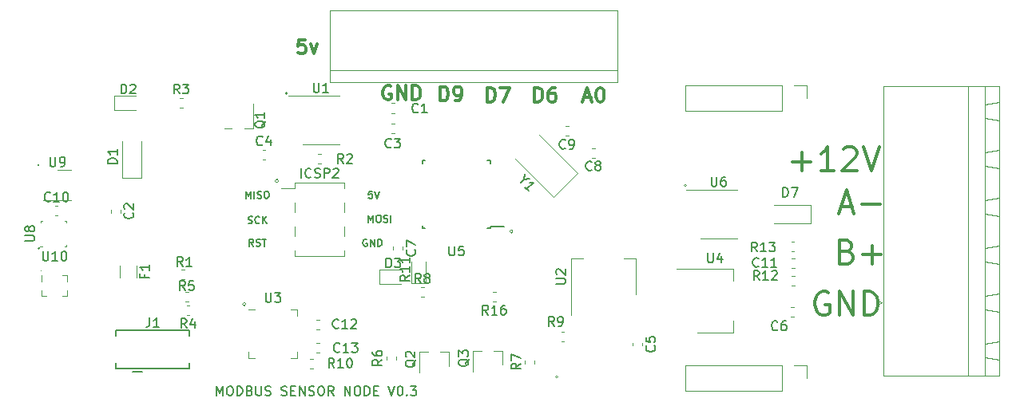
<source format=gbr>
G04 #@! TF.GenerationSoftware,KiCad,Pcbnew,(5.1.5)-3*
G04 #@! TF.CreationDate,2020-12-20T13:32:55+00:00*
G04 #@! TF.ProjectId,sensor_node_PCB,73656e73-6f72-45f6-9e6f-64655f504342,rev?*
G04 #@! TF.SameCoordinates,Original*
G04 #@! TF.FileFunction,Legend,Top*
G04 #@! TF.FilePolarity,Positive*
%FSLAX46Y46*%
G04 Gerber Fmt 4.6, Leading zero omitted, Abs format (unit mm)*
G04 Created by KiCad (PCBNEW (5.1.5)-3) date 2020-12-20 13:32:55*
%MOMM*%
%LPD*%
G04 APERTURE LIST*
%ADD10C,0.120000*%
%ADD11C,0.300000*%
%ADD12C,0.150000*%
%ADD13C,0.100000*%
G04 APERTURE END LIST*
D10*
X103200000Y-112400000D02*
G75*
G03X103200000Y-112400000I-50000J0D01*
G01*
X103061803Y-110050000D02*
G75*
G03X103061803Y-110050000I-111803J0D01*
G01*
X103011803Y-101200000D02*
G75*
G03X103011803Y-101200000I-111803J0D01*
G01*
D11*
X160728571Y-94050000D02*
X161442857Y-94050000D01*
X160585714Y-94478571D02*
X161085714Y-92978571D01*
X161585714Y-94478571D01*
X162371428Y-92978571D02*
X162514285Y-92978571D01*
X162657142Y-93050000D01*
X162728571Y-93121428D01*
X162800000Y-93264285D01*
X162871428Y-93550000D01*
X162871428Y-93907142D01*
X162800000Y-94192857D01*
X162728571Y-94335714D01*
X162657142Y-94407142D01*
X162514285Y-94478571D01*
X162371428Y-94478571D01*
X162228571Y-94407142D01*
X162157142Y-94335714D01*
X162085714Y-94192857D01*
X162014285Y-93907142D01*
X162014285Y-93550000D01*
X162085714Y-93264285D01*
X162157142Y-93121428D01*
X162228571Y-93050000D01*
X162371428Y-92978571D01*
X155492857Y-94478571D02*
X155492857Y-92978571D01*
X155850000Y-92978571D01*
X156064285Y-93050000D01*
X156207142Y-93192857D01*
X156278571Y-93335714D01*
X156350000Y-93621428D01*
X156350000Y-93835714D01*
X156278571Y-94121428D01*
X156207142Y-94264285D01*
X156064285Y-94407142D01*
X155850000Y-94478571D01*
X155492857Y-94478571D01*
X157635714Y-92978571D02*
X157350000Y-92978571D01*
X157207142Y-93050000D01*
X157135714Y-93121428D01*
X156992857Y-93335714D01*
X156921428Y-93621428D01*
X156921428Y-94192857D01*
X156992857Y-94335714D01*
X157064285Y-94407142D01*
X157207142Y-94478571D01*
X157492857Y-94478571D01*
X157635714Y-94407142D01*
X157707142Y-94335714D01*
X157778571Y-94192857D01*
X157778571Y-93835714D01*
X157707142Y-93692857D01*
X157635714Y-93621428D01*
X157492857Y-93550000D01*
X157207142Y-93550000D01*
X157064285Y-93621428D01*
X156992857Y-93692857D01*
X156921428Y-93835714D01*
X150492857Y-94478571D02*
X150492857Y-92978571D01*
X150850000Y-92978571D01*
X151064285Y-93050000D01*
X151207142Y-93192857D01*
X151278571Y-93335714D01*
X151350000Y-93621428D01*
X151350000Y-93835714D01*
X151278571Y-94121428D01*
X151207142Y-94264285D01*
X151064285Y-94407142D01*
X150850000Y-94478571D01*
X150492857Y-94478571D01*
X151850000Y-92978571D02*
X152850000Y-92978571D01*
X152207142Y-94478571D01*
X145492857Y-94378571D02*
X145492857Y-92878571D01*
X145850000Y-92878571D01*
X146064285Y-92950000D01*
X146207142Y-93092857D01*
X146278571Y-93235714D01*
X146350000Y-93521428D01*
X146350000Y-93735714D01*
X146278571Y-94021428D01*
X146207142Y-94164285D01*
X146064285Y-94307142D01*
X145850000Y-94378571D01*
X145492857Y-94378571D01*
X147064285Y-94378571D02*
X147350000Y-94378571D01*
X147492857Y-94307142D01*
X147564285Y-94235714D01*
X147707142Y-94021428D01*
X147778571Y-93735714D01*
X147778571Y-93164285D01*
X147707142Y-93021428D01*
X147635714Y-92950000D01*
X147492857Y-92878571D01*
X147207142Y-92878571D01*
X147064285Y-92950000D01*
X146992857Y-93021428D01*
X146921428Y-93164285D01*
X146921428Y-93521428D01*
X146992857Y-93664285D01*
X147064285Y-93735714D01*
X147207142Y-93807142D01*
X147492857Y-93807142D01*
X147635714Y-93735714D01*
X147707142Y-93664285D01*
X147778571Y-93521428D01*
X140257142Y-92850000D02*
X140114285Y-92778571D01*
X139900000Y-92778571D01*
X139685714Y-92850000D01*
X139542857Y-92992857D01*
X139471428Y-93135714D01*
X139400000Y-93421428D01*
X139400000Y-93635714D01*
X139471428Y-93921428D01*
X139542857Y-94064285D01*
X139685714Y-94207142D01*
X139900000Y-94278571D01*
X140042857Y-94278571D01*
X140257142Y-94207142D01*
X140328571Y-94135714D01*
X140328571Y-93635714D01*
X140042857Y-93635714D01*
X140971428Y-94278571D02*
X140971428Y-92778571D01*
X141828571Y-94278571D01*
X141828571Y-92778571D01*
X142542857Y-94278571D02*
X142542857Y-92778571D01*
X142900000Y-92778571D01*
X143114285Y-92850000D01*
X143257142Y-92992857D01*
X143328571Y-93135714D01*
X143400000Y-93421428D01*
X143400000Y-93635714D01*
X143328571Y-93921428D01*
X143257142Y-94064285D01*
X143114285Y-94207142D01*
X142900000Y-94278571D01*
X142542857Y-94278571D01*
X131185714Y-87878571D02*
X130471428Y-87878571D01*
X130400000Y-88592857D01*
X130471428Y-88521428D01*
X130614285Y-88450000D01*
X130971428Y-88450000D01*
X131114285Y-88521428D01*
X131185714Y-88592857D01*
X131257142Y-88735714D01*
X131257142Y-89092857D01*
X131185714Y-89235714D01*
X131114285Y-89307142D01*
X130971428Y-89378571D01*
X130614285Y-89378571D01*
X130471428Y-89307142D01*
X130400000Y-89235714D01*
X131757142Y-88378571D02*
X132114285Y-89378571D01*
X132471428Y-88378571D01*
X186645238Y-114740000D02*
X186407142Y-114620952D01*
X186050000Y-114620952D01*
X185692857Y-114740000D01*
X185454761Y-114978095D01*
X185335714Y-115216190D01*
X185216666Y-115692380D01*
X185216666Y-116049523D01*
X185335714Y-116525714D01*
X185454761Y-116763809D01*
X185692857Y-117001904D01*
X186050000Y-117120952D01*
X186288095Y-117120952D01*
X186645238Y-117001904D01*
X186764285Y-116882857D01*
X186764285Y-116049523D01*
X186288095Y-116049523D01*
X187835714Y-117120952D02*
X187835714Y-114620952D01*
X189264285Y-117120952D01*
X189264285Y-114620952D01*
X190454761Y-117120952D02*
X190454761Y-114620952D01*
X191050000Y-114620952D01*
X191407142Y-114740000D01*
X191645238Y-114978095D01*
X191764285Y-115216190D01*
X191883333Y-115692380D01*
X191883333Y-116049523D01*
X191764285Y-116525714D01*
X191645238Y-116763809D01*
X191407142Y-117001904D01*
X191050000Y-117120952D01*
X190454761Y-117120952D01*
X182855238Y-100838571D02*
X184760000Y-100838571D01*
X183807619Y-101790952D02*
X183807619Y-99886190D01*
X187260000Y-101790952D02*
X185831428Y-101790952D01*
X186545714Y-101790952D02*
X186545714Y-99290952D01*
X186307619Y-99648095D01*
X186069523Y-99886190D01*
X185831428Y-100005238D01*
X188212380Y-99529047D02*
X188331428Y-99410000D01*
X188569523Y-99290952D01*
X189164761Y-99290952D01*
X189402857Y-99410000D01*
X189521904Y-99529047D01*
X189640952Y-99767142D01*
X189640952Y-100005238D01*
X189521904Y-100362380D01*
X188093333Y-101790952D01*
X189640952Y-101790952D01*
X190355238Y-99290952D02*
X191188571Y-101790952D01*
X192021904Y-99290952D01*
X188630952Y-110371428D02*
X188988095Y-110490476D01*
X189107142Y-110609523D01*
X189226190Y-110847619D01*
X189226190Y-111204761D01*
X189107142Y-111442857D01*
X188988095Y-111561904D01*
X188750000Y-111680952D01*
X187797619Y-111680952D01*
X187797619Y-109180952D01*
X188630952Y-109180952D01*
X188869047Y-109300000D01*
X188988095Y-109419047D01*
X189107142Y-109657142D01*
X189107142Y-109895238D01*
X188988095Y-110133333D01*
X188869047Y-110252380D01*
X188630952Y-110371428D01*
X187797619Y-110371428D01*
X190297619Y-110728571D02*
X192202380Y-110728571D01*
X191250000Y-111680952D02*
X191250000Y-109776190D01*
X187947142Y-105616666D02*
X189137619Y-105616666D01*
X187709047Y-106330952D02*
X188542380Y-103830952D01*
X189375714Y-106330952D01*
X190209047Y-105378571D02*
X192113809Y-105378571D01*
D12*
X121762571Y-125674380D02*
X121762571Y-124674380D01*
X122095904Y-125388666D01*
X122429238Y-124674380D01*
X122429238Y-125674380D01*
X123095904Y-124674380D02*
X123286380Y-124674380D01*
X123381619Y-124722000D01*
X123476857Y-124817238D01*
X123524476Y-125007714D01*
X123524476Y-125341047D01*
X123476857Y-125531523D01*
X123381619Y-125626761D01*
X123286380Y-125674380D01*
X123095904Y-125674380D01*
X123000666Y-125626761D01*
X122905428Y-125531523D01*
X122857809Y-125341047D01*
X122857809Y-125007714D01*
X122905428Y-124817238D01*
X123000666Y-124722000D01*
X123095904Y-124674380D01*
X123953047Y-125674380D02*
X123953047Y-124674380D01*
X124191142Y-124674380D01*
X124334000Y-124722000D01*
X124429238Y-124817238D01*
X124476857Y-124912476D01*
X124524476Y-125102952D01*
X124524476Y-125245809D01*
X124476857Y-125436285D01*
X124429238Y-125531523D01*
X124334000Y-125626761D01*
X124191142Y-125674380D01*
X123953047Y-125674380D01*
X125286380Y-125150571D02*
X125429238Y-125198190D01*
X125476857Y-125245809D01*
X125524476Y-125341047D01*
X125524476Y-125483904D01*
X125476857Y-125579142D01*
X125429238Y-125626761D01*
X125334000Y-125674380D01*
X124953047Y-125674380D01*
X124953047Y-124674380D01*
X125286380Y-124674380D01*
X125381619Y-124722000D01*
X125429238Y-124769619D01*
X125476857Y-124864857D01*
X125476857Y-124960095D01*
X125429238Y-125055333D01*
X125381619Y-125102952D01*
X125286380Y-125150571D01*
X124953047Y-125150571D01*
X125953047Y-124674380D02*
X125953047Y-125483904D01*
X126000666Y-125579142D01*
X126048285Y-125626761D01*
X126143523Y-125674380D01*
X126334000Y-125674380D01*
X126429238Y-125626761D01*
X126476857Y-125579142D01*
X126524476Y-125483904D01*
X126524476Y-124674380D01*
X126953047Y-125626761D02*
X127095904Y-125674380D01*
X127334000Y-125674380D01*
X127429238Y-125626761D01*
X127476857Y-125579142D01*
X127524476Y-125483904D01*
X127524476Y-125388666D01*
X127476857Y-125293428D01*
X127429238Y-125245809D01*
X127334000Y-125198190D01*
X127143523Y-125150571D01*
X127048285Y-125102952D01*
X127000666Y-125055333D01*
X126953047Y-124960095D01*
X126953047Y-124864857D01*
X127000666Y-124769619D01*
X127048285Y-124722000D01*
X127143523Y-124674380D01*
X127381619Y-124674380D01*
X127524476Y-124722000D01*
X128667333Y-125626761D02*
X128810190Y-125674380D01*
X129048285Y-125674380D01*
X129143523Y-125626761D01*
X129191142Y-125579142D01*
X129238761Y-125483904D01*
X129238761Y-125388666D01*
X129191142Y-125293428D01*
X129143523Y-125245809D01*
X129048285Y-125198190D01*
X128857809Y-125150571D01*
X128762571Y-125102952D01*
X128714952Y-125055333D01*
X128667333Y-124960095D01*
X128667333Y-124864857D01*
X128714952Y-124769619D01*
X128762571Y-124722000D01*
X128857809Y-124674380D01*
X129095904Y-124674380D01*
X129238761Y-124722000D01*
X129667333Y-125150571D02*
X130000666Y-125150571D01*
X130143523Y-125674380D02*
X129667333Y-125674380D01*
X129667333Y-124674380D01*
X130143523Y-124674380D01*
X130572095Y-125674380D02*
X130572095Y-124674380D01*
X131143523Y-125674380D01*
X131143523Y-124674380D01*
X131572095Y-125626761D02*
X131714952Y-125674380D01*
X131953047Y-125674380D01*
X132048285Y-125626761D01*
X132095904Y-125579142D01*
X132143523Y-125483904D01*
X132143523Y-125388666D01*
X132095904Y-125293428D01*
X132048285Y-125245809D01*
X131953047Y-125198190D01*
X131762571Y-125150571D01*
X131667333Y-125102952D01*
X131619714Y-125055333D01*
X131572095Y-124960095D01*
X131572095Y-124864857D01*
X131619714Y-124769619D01*
X131667333Y-124722000D01*
X131762571Y-124674380D01*
X132000666Y-124674380D01*
X132143523Y-124722000D01*
X132762571Y-124674380D02*
X132953047Y-124674380D01*
X133048285Y-124722000D01*
X133143523Y-124817238D01*
X133191142Y-125007714D01*
X133191142Y-125341047D01*
X133143523Y-125531523D01*
X133048285Y-125626761D01*
X132953047Y-125674380D01*
X132762571Y-125674380D01*
X132667333Y-125626761D01*
X132572095Y-125531523D01*
X132524476Y-125341047D01*
X132524476Y-125007714D01*
X132572095Y-124817238D01*
X132667333Y-124722000D01*
X132762571Y-124674380D01*
X134191142Y-125674380D02*
X133857809Y-125198190D01*
X133619714Y-125674380D02*
X133619714Y-124674380D01*
X134000666Y-124674380D01*
X134095904Y-124722000D01*
X134143523Y-124769619D01*
X134191142Y-124864857D01*
X134191142Y-125007714D01*
X134143523Y-125102952D01*
X134095904Y-125150571D01*
X134000666Y-125198190D01*
X133619714Y-125198190D01*
X135381619Y-125674380D02*
X135381619Y-124674380D01*
X135953047Y-125674380D01*
X135953047Y-124674380D01*
X136619714Y-124674380D02*
X136810190Y-124674380D01*
X136905428Y-124722000D01*
X137000666Y-124817238D01*
X137048285Y-125007714D01*
X137048285Y-125341047D01*
X137000666Y-125531523D01*
X136905428Y-125626761D01*
X136810190Y-125674380D01*
X136619714Y-125674380D01*
X136524476Y-125626761D01*
X136429238Y-125531523D01*
X136381619Y-125341047D01*
X136381619Y-125007714D01*
X136429238Y-124817238D01*
X136524476Y-124722000D01*
X136619714Y-124674380D01*
X137476857Y-125674380D02*
X137476857Y-124674380D01*
X137714952Y-124674380D01*
X137857809Y-124722000D01*
X137953047Y-124817238D01*
X138000666Y-124912476D01*
X138048285Y-125102952D01*
X138048285Y-125245809D01*
X138000666Y-125436285D01*
X137953047Y-125531523D01*
X137857809Y-125626761D01*
X137714952Y-125674380D01*
X137476857Y-125674380D01*
X138476857Y-125150571D02*
X138810190Y-125150571D01*
X138953047Y-125674380D02*
X138476857Y-125674380D01*
X138476857Y-124674380D01*
X138953047Y-124674380D01*
X140000666Y-124674380D02*
X140334000Y-125674380D01*
X140667333Y-124674380D01*
X141191142Y-124674380D02*
X141286380Y-124674380D01*
X141381619Y-124722000D01*
X141429238Y-124769619D01*
X141476857Y-124864857D01*
X141524476Y-125055333D01*
X141524476Y-125293428D01*
X141476857Y-125483904D01*
X141429238Y-125579142D01*
X141381619Y-125626761D01*
X141286380Y-125674380D01*
X141191142Y-125674380D01*
X141095904Y-125626761D01*
X141048285Y-125579142D01*
X141000666Y-125483904D01*
X140953047Y-125293428D01*
X140953047Y-125055333D01*
X141000666Y-124864857D01*
X141048285Y-124769619D01*
X141095904Y-124722000D01*
X141191142Y-124674380D01*
X141953047Y-125579142D02*
X142000666Y-125626761D01*
X141953047Y-125674380D01*
X141905428Y-125626761D01*
X141953047Y-125579142D01*
X141953047Y-125674380D01*
X142334000Y-124674380D02*
X142953047Y-124674380D01*
X142619714Y-125055333D01*
X142762571Y-125055333D01*
X142857809Y-125102952D01*
X142905428Y-125150571D01*
X142953047Y-125245809D01*
X142953047Y-125483904D01*
X142905428Y-125579142D01*
X142857809Y-125626761D01*
X142762571Y-125674380D01*
X142476857Y-125674380D01*
X142381619Y-125626761D01*
X142334000Y-125579142D01*
D10*
X153179605Y-108250000D02*
G75*
G03X153179605Y-108250000I-179605J0D01*
G01*
X124854605Y-115975000D02*
G75*
G03X124854605Y-115975000I-179605J0D01*
G01*
X157988000Y-123698000D02*
G75*
G03X157988000Y-123698000I-127000J0D01*
G01*
X171577000Y-103378000D02*
G75*
G03X171577000Y-103378000I-127000J0D01*
G01*
X129286000Y-93599000D02*
G75*
G03X129286000Y-93599000I-127000J0D01*
G01*
D12*
X137731571Y-109099000D02*
X137660142Y-109063285D01*
X137553000Y-109063285D01*
X137445857Y-109099000D01*
X137374428Y-109170428D01*
X137338714Y-109241857D01*
X137303000Y-109384714D01*
X137303000Y-109491857D01*
X137338714Y-109634714D01*
X137374428Y-109706142D01*
X137445857Y-109777571D01*
X137553000Y-109813285D01*
X137624428Y-109813285D01*
X137731571Y-109777571D01*
X137767285Y-109741857D01*
X137767285Y-109491857D01*
X137624428Y-109491857D01*
X138088714Y-109813285D02*
X138088714Y-109063285D01*
X138517285Y-109813285D01*
X138517285Y-109063285D01*
X138874428Y-109813285D02*
X138874428Y-109063285D01*
X139053000Y-109063285D01*
X139160142Y-109099000D01*
X139231571Y-109170428D01*
X139267285Y-109241857D01*
X139303000Y-109384714D01*
X139303000Y-109491857D01*
X139267285Y-109634714D01*
X139231571Y-109706142D01*
X139160142Y-109777571D01*
X139053000Y-109813285D01*
X138874428Y-109813285D01*
X137886428Y-107273285D02*
X137886428Y-106523285D01*
X138136428Y-107059000D01*
X138386428Y-106523285D01*
X138386428Y-107273285D01*
X138886428Y-106523285D02*
X139029285Y-106523285D01*
X139100714Y-106559000D01*
X139172142Y-106630428D01*
X139207857Y-106773285D01*
X139207857Y-107023285D01*
X139172142Y-107166142D01*
X139100714Y-107237571D01*
X139029285Y-107273285D01*
X138886428Y-107273285D01*
X138815000Y-107237571D01*
X138743571Y-107166142D01*
X138707857Y-107023285D01*
X138707857Y-106773285D01*
X138743571Y-106630428D01*
X138815000Y-106559000D01*
X138886428Y-106523285D01*
X139493571Y-107237571D02*
X139600714Y-107273285D01*
X139779285Y-107273285D01*
X139850714Y-107237571D01*
X139886428Y-107201857D01*
X139922142Y-107130428D01*
X139922142Y-107059000D01*
X139886428Y-106987571D01*
X139850714Y-106951857D01*
X139779285Y-106916142D01*
X139636428Y-106880428D01*
X139565000Y-106844714D01*
X139529285Y-106809000D01*
X139493571Y-106737571D01*
X139493571Y-106666142D01*
X139529285Y-106594714D01*
X139565000Y-106559000D01*
X139636428Y-106523285D01*
X139815000Y-106523285D01*
X139922142Y-106559000D01*
X140243571Y-107273285D02*
X140243571Y-106523285D01*
X138287142Y-103983285D02*
X137930000Y-103983285D01*
X137894285Y-104340428D01*
X137930000Y-104304714D01*
X138001428Y-104269000D01*
X138180000Y-104269000D01*
X138251428Y-104304714D01*
X138287142Y-104340428D01*
X138322857Y-104411857D01*
X138322857Y-104590428D01*
X138287142Y-104661857D01*
X138251428Y-104697571D01*
X138180000Y-104733285D01*
X138001428Y-104733285D01*
X137930000Y-104697571D01*
X137894285Y-104661857D01*
X138537142Y-103983285D02*
X138787142Y-104733285D01*
X139037142Y-103983285D01*
X125700285Y-109813285D02*
X125450285Y-109456142D01*
X125271714Y-109813285D02*
X125271714Y-109063285D01*
X125557428Y-109063285D01*
X125628857Y-109099000D01*
X125664571Y-109134714D01*
X125700285Y-109206142D01*
X125700285Y-109313285D01*
X125664571Y-109384714D01*
X125628857Y-109420428D01*
X125557428Y-109456142D01*
X125271714Y-109456142D01*
X125986000Y-109777571D02*
X126093142Y-109813285D01*
X126271714Y-109813285D01*
X126343142Y-109777571D01*
X126378857Y-109741857D01*
X126414571Y-109670428D01*
X126414571Y-109599000D01*
X126378857Y-109527571D01*
X126343142Y-109491857D01*
X126271714Y-109456142D01*
X126128857Y-109420428D01*
X126057428Y-109384714D01*
X126021714Y-109349000D01*
X125986000Y-109277571D01*
X125986000Y-109206142D01*
X126021714Y-109134714D01*
X126057428Y-109099000D01*
X126128857Y-109063285D01*
X126307428Y-109063285D01*
X126414571Y-109099000D01*
X126628857Y-109063285D02*
X127057428Y-109063285D01*
X126843142Y-109813285D02*
X126843142Y-109063285D01*
X125146714Y-107364571D02*
X125253857Y-107400285D01*
X125432428Y-107400285D01*
X125503857Y-107364571D01*
X125539571Y-107328857D01*
X125575285Y-107257428D01*
X125575285Y-107186000D01*
X125539571Y-107114571D01*
X125503857Y-107078857D01*
X125432428Y-107043142D01*
X125289571Y-107007428D01*
X125218142Y-106971714D01*
X125182428Y-106936000D01*
X125146714Y-106864571D01*
X125146714Y-106793142D01*
X125182428Y-106721714D01*
X125218142Y-106686000D01*
X125289571Y-106650285D01*
X125468142Y-106650285D01*
X125575285Y-106686000D01*
X126325285Y-107328857D02*
X126289571Y-107364571D01*
X126182428Y-107400285D01*
X126111000Y-107400285D01*
X126003857Y-107364571D01*
X125932428Y-107293142D01*
X125896714Y-107221714D01*
X125861000Y-107078857D01*
X125861000Y-106971714D01*
X125896714Y-106828857D01*
X125932428Y-106757428D01*
X126003857Y-106686000D01*
X126111000Y-106650285D01*
X126182428Y-106650285D01*
X126289571Y-106686000D01*
X126325285Y-106721714D01*
X126646714Y-107400285D02*
X126646714Y-106650285D01*
X127075285Y-107400285D02*
X126753857Y-106971714D01*
X127075285Y-106650285D02*
X126646714Y-107078857D01*
X124932428Y-104733285D02*
X124932428Y-103983285D01*
X125182428Y-104519000D01*
X125432428Y-103983285D01*
X125432428Y-104733285D01*
X125789571Y-104733285D02*
X125789571Y-103983285D01*
X126111000Y-104697571D02*
X126218142Y-104733285D01*
X126396714Y-104733285D01*
X126468142Y-104697571D01*
X126503857Y-104661857D01*
X126539571Y-104590428D01*
X126539571Y-104519000D01*
X126503857Y-104447571D01*
X126468142Y-104411857D01*
X126396714Y-104376142D01*
X126253857Y-104340428D01*
X126182428Y-104304714D01*
X126146714Y-104269000D01*
X126111000Y-104197571D01*
X126111000Y-104126142D01*
X126146714Y-104054714D01*
X126182428Y-104019000D01*
X126253857Y-103983285D01*
X126432428Y-103983285D01*
X126539571Y-104019000D01*
X127003857Y-103983285D02*
X127146714Y-103983285D01*
X127218142Y-104019000D01*
X127289571Y-104090428D01*
X127325285Y-104233285D01*
X127325285Y-104483285D01*
X127289571Y-104626142D01*
X127218142Y-104697571D01*
X127146714Y-104733285D01*
X127003857Y-104733285D01*
X126932428Y-104697571D01*
X126861000Y-104626142D01*
X126825285Y-104483285D01*
X126825285Y-104233285D01*
X126861000Y-104090428D01*
X126932428Y-104019000D01*
X127003857Y-103983285D01*
D10*
X128322605Y-102870000D02*
G75*
G03X128322605Y-102870000I-179605J0D01*
G01*
X129635000Y-116490000D02*
X130360000Y-116490000D01*
X130360000Y-116490000D02*
X130360000Y-117215000D01*
X125865000Y-121710000D02*
X125140000Y-121710000D01*
X125140000Y-121710000D02*
X125140000Y-120985000D01*
X129635000Y-121710000D02*
X130360000Y-121710000D01*
X130360000Y-121710000D02*
X130360000Y-120985000D01*
X125865000Y-116490000D02*
X125140000Y-116490000D01*
X171510000Y-92770000D02*
X171510000Y-95430000D01*
X181730000Y-92770000D02*
X171510000Y-92770000D01*
X181730000Y-95430000D02*
X171510000Y-95430000D01*
X181730000Y-92770000D02*
X181730000Y-95430000D01*
X183000000Y-92770000D02*
X184330000Y-92770000D01*
X184330000Y-92770000D02*
X184330000Y-94100000D01*
X181730000Y-122470000D02*
X181730000Y-125130000D01*
X181730000Y-125130000D02*
X171510000Y-125130000D01*
X181730000Y-122470000D02*
X171510000Y-122470000D01*
X183000000Y-122470000D02*
X184330000Y-122470000D01*
X184330000Y-122470000D02*
X184330000Y-123800000D01*
X171510000Y-122470000D02*
X171510000Y-125130000D01*
X104900000Y-101740000D02*
X106400000Y-101740000D01*
X103400000Y-104960000D02*
X106400000Y-104960000D01*
D13*
X105860000Y-109850000D02*
X105860000Y-109700000D01*
X105850000Y-109850000D02*
X105700000Y-109850000D01*
X105850000Y-107150000D02*
X105700000Y-107150000D01*
X105850000Y-107150000D02*
X105850000Y-107300000D01*
X103150000Y-107300000D02*
X103150000Y-107150000D01*
X103150000Y-107150000D02*
X103300000Y-107150000D01*
X103300000Y-109850000D02*
X103050000Y-109850000D01*
D12*
X150825000Y-107925000D02*
X150825000Y-107700000D01*
X143575000Y-107925000D02*
X143575000Y-107600000D01*
X143575000Y-100675000D02*
X143575000Y-101000000D01*
X150825000Y-100675000D02*
X150825000Y-101000000D01*
X150825000Y-107925000D02*
X150500000Y-107925000D01*
X150825000Y-100675000D02*
X150500000Y-100675000D01*
X143575000Y-100675000D02*
X143900000Y-100675000D01*
X143575000Y-107925000D02*
X143900000Y-107925000D01*
X150825000Y-107700000D02*
X152250000Y-107700000D01*
D10*
X140617779Y-94641000D02*
X140292221Y-94641000D01*
X140617779Y-95661000D02*
X140292221Y-95661000D01*
X110590000Y-105924721D02*
X110590000Y-106250279D01*
X111610000Y-105924721D02*
X111610000Y-106250279D01*
X140292221Y-96800000D02*
X140617779Y-96800000D01*
X140292221Y-97820000D02*
X140617779Y-97820000D01*
X126649721Y-100610000D02*
X126975279Y-100610000D01*
X126649721Y-99590000D02*
X126975279Y-99590000D01*
X166910000Y-120049721D02*
X166910000Y-120375279D01*
X165890000Y-120049721D02*
X165890000Y-120375279D01*
X182649721Y-116290000D02*
X182975279Y-116290000D01*
X182649721Y-117310000D02*
X182975279Y-117310000D01*
X183050279Y-112143000D02*
X182724721Y-112143000D01*
X183050279Y-111123000D02*
X182724721Y-111123000D01*
X111800000Y-102550000D02*
X113800000Y-102550000D01*
X113800000Y-102550000D02*
X113800000Y-98650000D01*
X111800000Y-102550000D02*
X111800000Y-98650000D01*
X113212500Y-93865000D02*
X110927500Y-93865000D01*
X110927500Y-93865000D02*
X110927500Y-95335000D01*
X110927500Y-95335000D02*
X113212500Y-95335000D01*
X184800000Y-107400000D02*
X180900000Y-107400000D01*
X184800000Y-105400000D02*
X180900000Y-105400000D01*
X184800000Y-107400000D02*
X184800000Y-105400000D01*
X113310000Y-111897936D02*
X113310000Y-113102064D01*
X111490000Y-111897936D02*
X111490000Y-113102064D01*
X130108000Y-103092000D02*
X135308000Y-103092000D01*
X130108000Y-110832000D02*
X135308000Y-110832000D01*
X128668000Y-103662000D02*
X130108000Y-103662000D01*
X130108000Y-103092000D02*
X130108000Y-103662000D01*
X135308000Y-103092000D02*
X135308000Y-103662000D01*
X130108000Y-110262000D02*
X130108000Y-110832000D01*
X135308000Y-110262000D02*
X135308000Y-110832000D01*
X130108000Y-105182000D02*
X130108000Y-106202000D01*
X135308000Y-105182000D02*
X135308000Y-106202000D01*
X130108000Y-107722000D02*
X130108000Y-108742000D01*
X135308000Y-107722000D02*
X135308000Y-108742000D01*
X192490000Y-123530000D02*
X204710000Y-123530000D01*
X204710000Y-123530000D02*
X204710000Y-92830000D01*
X204710000Y-92830000D02*
X192490000Y-92830000D01*
X192490000Y-92830000D02*
X192490000Y-123530000D01*
X203210000Y-123530000D02*
X201410000Y-123530000D01*
X201410000Y-123530000D02*
X201410000Y-92830000D01*
X201410000Y-92830000D02*
X203210000Y-92830000D01*
X203210000Y-92830000D02*
X203210000Y-123530000D01*
X204710000Y-121880000D02*
X204710000Y-119880000D01*
X204710000Y-119880000D02*
X203210000Y-120130000D01*
X203210000Y-120130000D02*
X203210000Y-121630000D01*
X203210000Y-121630000D02*
X204710000Y-121880000D01*
X204710000Y-96480000D02*
X204710000Y-94480000D01*
X204710000Y-94480000D02*
X203210000Y-94730000D01*
X203210000Y-94730000D02*
X203210000Y-96230000D01*
X203210000Y-96230000D02*
X204710000Y-96480000D01*
X204710000Y-116800000D02*
X204710000Y-114800000D01*
X204710000Y-114800000D02*
X203210000Y-115050000D01*
X203210000Y-115050000D02*
X203210000Y-116550000D01*
X203210000Y-116550000D02*
X204710000Y-116800000D01*
X204710000Y-111720000D02*
X204710000Y-109720000D01*
X204710000Y-109720000D02*
X203210000Y-109970000D01*
X203210000Y-109970000D02*
X203210000Y-111470000D01*
X203210000Y-111470000D02*
X204710000Y-111720000D01*
X204710000Y-106640000D02*
X204710000Y-104640000D01*
X204710000Y-104640000D02*
X203210000Y-104890000D01*
X203210000Y-104890000D02*
X203210000Y-106390000D01*
X203210000Y-106390000D02*
X204710000Y-106640000D01*
X204710000Y-101560000D02*
X204710000Y-99560000D01*
X204710000Y-99560000D02*
X203210000Y-99810000D01*
X203210000Y-99810000D02*
X203210000Y-101310000D01*
X203210000Y-101310000D02*
X204710000Y-101560000D01*
X191690000Y-115500000D02*
X192290000Y-115800000D01*
X192290000Y-115800000D02*
X191690000Y-116100000D01*
X191690000Y-116100000D02*
X191690000Y-115500000D01*
X123422000Y-97271000D02*
X122622000Y-97271000D01*
X125672000Y-94671000D02*
X125672000Y-97271000D01*
X125672000Y-97271000D02*
X124722000Y-97271000D01*
X146430000Y-121040000D02*
X145500000Y-121040000D01*
X143270000Y-121040000D02*
X144200000Y-121040000D01*
X143270000Y-121040000D02*
X143270000Y-123200000D01*
X146430000Y-121040000D02*
X146430000Y-122500000D01*
X152080000Y-120940000D02*
X152080000Y-122400000D01*
X148920000Y-120940000D02*
X148920000Y-123100000D01*
X148920000Y-120940000D02*
X149850000Y-120940000D01*
X152080000Y-120940000D02*
X151150000Y-120940000D01*
X118350279Y-112290000D02*
X118024721Y-112290000D01*
X118350279Y-113310000D02*
X118024721Y-113310000D01*
X132549721Y-101010000D02*
X132875279Y-101010000D01*
X132549721Y-99990000D02*
X132875279Y-99990000D01*
X117849721Y-95110000D02*
X118175279Y-95110000D01*
X117849721Y-94090000D02*
X118175279Y-94090000D01*
X118933279Y-117124000D02*
X118607721Y-117124000D01*
X118933279Y-116104000D02*
X118607721Y-116104000D01*
X118806279Y-114679000D02*
X118480721Y-114679000D01*
X118806279Y-115699000D02*
X118480721Y-115699000D01*
X140810000Y-121850279D02*
X140810000Y-121524721D01*
X139790000Y-121850279D02*
X139790000Y-121524721D01*
X155510000Y-122262779D02*
X155510000Y-121937221D01*
X154490000Y-122262779D02*
X154490000Y-121937221D01*
X143449721Y-114190000D02*
X143775279Y-114190000D01*
X143449721Y-115210000D02*
X143775279Y-115210000D01*
X158633279Y-119890000D02*
X158307721Y-119890000D01*
X158633279Y-118870000D02*
X158307721Y-118870000D01*
X183075279Y-114010000D02*
X182749721Y-114010000D01*
X183075279Y-112990000D02*
X182749721Y-112990000D01*
X182691721Y-109345000D02*
X183017279Y-109345000D01*
X182691721Y-110365000D02*
X183017279Y-110365000D01*
X151375279Y-114690000D02*
X151049721Y-114690000D01*
X151375279Y-115710000D02*
X151049721Y-115710000D01*
X132835000Y-93861000D02*
X129385000Y-93861000D01*
X132835000Y-93861000D02*
X134785000Y-93861000D01*
X132835000Y-98981000D02*
X130885000Y-98981000D01*
X132835000Y-98981000D02*
X134785000Y-98981000D01*
X166210000Y-111140000D02*
X164950000Y-111140000D01*
X159390000Y-111140000D02*
X160650000Y-111140000D01*
X166210000Y-114900000D02*
X166210000Y-111140000D01*
X159390000Y-117150000D02*
X159390000Y-111140000D01*
X170500000Y-112190000D02*
X176510000Y-112190000D01*
X172750000Y-119010000D02*
X176510000Y-119010000D01*
X176510000Y-112190000D02*
X176510000Y-113450000D01*
X176510000Y-119010000D02*
X176510000Y-117750000D01*
X175000000Y-108960000D02*
X176950000Y-108960000D01*
X175000000Y-108960000D02*
X173050000Y-108960000D01*
X175000000Y-103840000D02*
X176950000Y-103840000D01*
X175000000Y-103840000D02*
X171550000Y-103840000D01*
X153465519Y-100509004D02*
X157531383Y-104574868D01*
X157531383Y-104574868D02*
X160076968Y-102029283D01*
X160076968Y-102029283D02*
X156011104Y-97963419D01*
D12*
X112924000Y-123138000D02*
X113924000Y-123138000D01*
X111124000Y-118738000D02*
X118924000Y-118738000D01*
X111124000Y-122238000D02*
X111124000Y-122838000D01*
X111124000Y-122838000D02*
X118924000Y-122838000D01*
X118924000Y-122838000D02*
X118924000Y-122238000D01*
X111124000Y-119338000D02*
X111124000Y-118738000D01*
X118924000Y-118738000D02*
X118924000Y-119338000D01*
D10*
X141510000Y-109874721D02*
X141510000Y-110200279D01*
X140490000Y-109874721D02*
X140490000Y-110200279D01*
X161875279Y-100410000D02*
X161549721Y-100410000D01*
X161875279Y-99390000D02*
X161549721Y-99390000D01*
X159075279Y-97090000D02*
X158749721Y-97090000D01*
X159075279Y-98110000D02*
X158749721Y-98110000D01*
D13*
X103250000Y-115100000D02*
X103730000Y-115100000D01*
X105470000Y-115100000D02*
X105950000Y-115100000D01*
X105950000Y-115100000D02*
X105950000Y-114460000D01*
X103250000Y-115100000D02*
X103250000Y-114460000D01*
X105950000Y-113540000D02*
X105950000Y-112900000D01*
X105470000Y-112900000D02*
X105950000Y-112900000D01*
X103250000Y-113540000D02*
X103250000Y-112900000D01*
D10*
X133780000Y-84790000D02*
X133780000Y-92410000D01*
X164260000Y-92410000D02*
X164260000Y-84790000D01*
X133780000Y-91140000D02*
X164260000Y-91140000D01*
X133780000Y-84790000D02*
X164260000Y-84790000D01*
X133780000Y-92410000D02*
X164260000Y-92410000D01*
X104637221Y-105540000D02*
X104962779Y-105540000D01*
X104637221Y-106560000D02*
X104962779Y-106560000D01*
X132342222Y-117595001D02*
X132667780Y-117595001D01*
X132342222Y-118615001D02*
X132667780Y-118615001D01*
X132342222Y-121125001D02*
X132667780Y-121125001D01*
X132342222Y-120105001D02*
X132667780Y-120105001D01*
X131699721Y-121815000D02*
X132025279Y-121815000D01*
X131699721Y-122835000D02*
X132025279Y-122835000D01*
X139015000Y-113785000D02*
X141300000Y-113785000D01*
X139015000Y-112315000D02*
X139015000Y-113785000D01*
X141300000Y-112315000D02*
X139015000Y-112315000D01*
X142465000Y-111450000D02*
X142465000Y-113735000D01*
X142465000Y-113735000D02*
X143935000Y-113735000D01*
X143935000Y-113735000D02*
X143935000Y-111450000D01*
D12*
X126988095Y-114752380D02*
X126988095Y-115561904D01*
X127035714Y-115657142D01*
X127083333Y-115704761D01*
X127178571Y-115752380D01*
X127369047Y-115752380D01*
X127464285Y-115704761D01*
X127511904Y-115657142D01*
X127559523Y-115561904D01*
X127559523Y-114752380D01*
X127940476Y-114752380D02*
X128559523Y-114752380D01*
X128226190Y-115133333D01*
X128369047Y-115133333D01*
X128464285Y-115180952D01*
X128511904Y-115228571D01*
X128559523Y-115323809D01*
X128559523Y-115561904D01*
X128511904Y-115657142D01*
X128464285Y-115704761D01*
X128369047Y-115752380D01*
X128083333Y-115752380D01*
X127988095Y-115704761D01*
X127940476Y-115657142D01*
X104138095Y-100352380D02*
X104138095Y-101161904D01*
X104185714Y-101257142D01*
X104233333Y-101304761D01*
X104328571Y-101352380D01*
X104519047Y-101352380D01*
X104614285Y-101304761D01*
X104661904Y-101257142D01*
X104709523Y-101161904D01*
X104709523Y-100352380D01*
X105233333Y-101352380D02*
X105423809Y-101352380D01*
X105519047Y-101304761D01*
X105566666Y-101257142D01*
X105661904Y-101114285D01*
X105709523Y-100923809D01*
X105709523Y-100542857D01*
X105661904Y-100447619D01*
X105614285Y-100400000D01*
X105519047Y-100352380D01*
X105328571Y-100352380D01*
X105233333Y-100400000D01*
X105185714Y-100447619D01*
X105138095Y-100542857D01*
X105138095Y-100780952D01*
X105185714Y-100876190D01*
X105233333Y-100923809D01*
X105328571Y-100971428D01*
X105519047Y-100971428D01*
X105614285Y-100923809D01*
X105661904Y-100876190D01*
X105709523Y-100780952D01*
X101487380Y-109246904D02*
X102296904Y-109246904D01*
X102392142Y-109199285D01*
X102439761Y-109151666D01*
X102487380Y-109056428D01*
X102487380Y-108865952D01*
X102439761Y-108770714D01*
X102392142Y-108723095D01*
X102296904Y-108675476D01*
X101487380Y-108675476D01*
X101915952Y-108056428D02*
X101868333Y-108151666D01*
X101820714Y-108199285D01*
X101725476Y-108246904D01*
X101677857Y-108246904D01*
X101582619Y-108199285D01*
X101535000Y-108151666D01*
X101487380Y-108056428D01*
X101487380Y-107865952D01*
X101535000Y-107770714D01*
X101582619Y-107723095D01*
X101677857Y-107675476D01*
X101725476Y-107675476D01*
X101820714Y-107723095D01*
X101868333Y-107770714D01*
X101915952Y-107865952D01*
X101915952Y-108056428D01*
X101963571Y-108151666D01*
X102011190Y-108199285D01*
X102106428Y-108246904D01*
X102296904Y-108246904D01*
X102392142Y-108199285D01*
X102439761Y-108151666D01*
X102487380Y-108056428D01*
X102487380Y-107865952D01*
X102439761Y-107770714D01*
X102392142Y-107723095D01*
X102296904Y-107675476D01*
X102106428Y-107675476D01*
X102011190Y-107723095D01*
X101963571Y-107770714D01*
X101915952Y-107865952D01*
X146438095Y-109802380D02*
X146438095Y-110611904D01*
X146485714Y-110707142D01*
X146533333Y-110754761D01*
X146628571Y-110802380D01*
X146819047Y-110802380D01*
X146914285Y-110754761D01*
X146961904Y-110707142D01*
X147009523Y-110611904D01*
X147009523Y-109802380D01*
X147961904Y-109802380D02*
X147485714Y-109802380D01*
X147438095Y-110278571D01*
X147485714Y-110230952D01*
X147580952Y-110183333D01*
X147819047Y-110183333D01*
X147914285Y-110230952D01*
X147961904Y-110278571D01*
X148009523Y-110373809D01*
X148009523Y-110611904D01*
X147961904Y-110707142D01*
X147914285Y-110754761D01*
X147819047Y-110802380D01*
X147580952Y-110802380D01*
X147485714Y-110754761D01*
X147438095Y-110707142D01*
X143133333Y-95557142D02*
X143085714Y-95604761D01*
X142942857Y-95652380D01*
X142847619Y-95652380D01*
X142704761Y-95604761D01*
X142609523Y-95509523D01*
X142561904Y-95414285D01*
X142514285Y-95223809D01*
X142514285Y-95080952D01*
X142561904Y-94890476D01*
X142609523Y-94795238D01*
X142704761Y-94700000D01*
X142847619Y-94652380D01*
X142942857Y-94652380D01*
X143085714Y-94700000D01*
X143133333Y-94747619D01*
X144085714Y-95652380D02*
X143514285Y-95652380D01*
X143800000Y-95652380D02*
X143800000Y-94652380D01*
X143704761Y-94795238D01*
X143609523Y-94890476D01*
X143514285Y-94938095D01*
X112887142Y-106254166D02*
X112934761Y-106301785D01*
X112982380Y-106444642D01*
X112982380Y-106539880D01*
X112934761Y-106682738D01*
X112839523Y-106777976D01*
X112744285Y-106825595D01*
X112553809Y-106873214D01*
X112410952Y-106873214D01*
X112220476Y-106825595D01*
X112125238Y-106777976D01*
X112030000Y-106682738D01*
X111982380Y-106539880D01*
X111982380Y-106444642D01*
X112030000Y-106301785D01*
X112077619Y-106254166D01*
X112077619Y-105873214D02*
X112030000Y-105825595D01*
X111982380Y-105730357D01*
X111982380Y-105492261D01*
X112030000Y-105397023D01*
X112077619Y-105349404D01*
X112172857Y-105301785D01*
X112268095Y-105301785D01*
X112410952Y-105349404D01*
X112982380Y-105920833D01*
X112982380Y-105301785D01*
X140288333Y-99290142D02*
X140240714Y-99337761D01*
X140097857Y-99385380D01*
X140002619Y-99385380D01*
X139859761Y-99337761D01*
X139764523Y-99242523D01*
X139716904Y-99147285D01*
X139669285Y-98956809D01*
X139669285Y-98813952D01*
X139716904Y-98623476D01*
X139764523Y-98528238D01*
X139859761Y-98433000D01*
X140002619Y-98385380D01*
X140097857Y-98385380D01*
X140240714Y-98433000D01*
X140288333Y-98480619D01*
X140621666Y-98385380D02*
X141240714Y-98385380D01*
X140907380Y-98766333D01*
X141050238Y-98766333D01*
X141145476Y-98813952D01*
X141193095Y-98861571D01*
X141240714Y-98956809D01*
X141240714Y-99194904D01*
X141193095Y-99290142D01*
X141145476Y-99337761D01*
X141050238Y-99385380D01*
X140764523Y-99385380D01*
X140669285Y-99337761D01*
X140621666Y-99290142D01*
X126645833Y-99027142D02*
X126598214Y-99074761D01*
X126455357Y-99122380D01*
X126360119Y-99122380D01*
X126217261Y-99074761D01*
X126122023Y-98979523D01*
X126074404Y-98884285D01*
X126026785Y-98693809D01*
X126026785Y-98550952D01*
X126074404Y-98360476D01*
X126122023Y-98265238D01*
X126217261Y-98170000D01*
X126360119Y-98122380D01*
X126455357Y-98122380D01*
X126598214Y-98170000D01*
X126645833Y-98217619D01*
X127502976Y-98455714D02*
X127502976Y-99122380D01*
X127264880Y-98074761D02*
X127026785Y-98789047D01*
X127645833Y-98789047D01*
X168187142Y-120379166D02*
X168234761Y-120426785D01*
X168282380Y-120569642D01*
X168282380Y-120664880D01*
X168234761Y-120807738D01*
X168139523Y-120902976D01*
X168044285Y-120950595D01*
X167853809Y-120998214D01*
X167710952Y-120998214D01*
X167520476Y-120950595D01*
X167425238Y-120902976D01*
X167330000Y-120807738D01*
X167282380Y-120664880D01*
X167282380Y-120569642D01*
X167330000Y-120426785D01*
X167377619Y-120379166D01*
X167282380Y-119474404D02*
X167282380Y-119950595D01*
X167758571Y-119998214D01*
X167710952Y-119950595D01*
X167663333Y-119855357D01*
X167663333Y-119617261D01*
X167710952Y-119522023D01*
X167758571Y-119474404D01*
X167853809Y-119426785D01*
X168091904Y-119426785D01*
X168187142Y-119474404D01*
X168234761Y-119522023D01*
X168282380Y-119617261D01*
X168282380Y-119855357D01*
X168234761Y-119950595D01*
X168187142Y-119998214D01*
X181243333Y-118657142D02*
X181195714Y-118704761D01*
X181052857Y-118752380D01*
X180957619Y-118752380D01*
X180814761Y-118704761D01*
X180719523Y-118609523D01*
X180671904Y-118514285D01*
X180624285Y-118323809D01*
X180624285Y-118180952D01*
X180671904Y-117990476D01*
X180719523Y-117895238D01*
X180814761Y-117800000D01*
X180957619Y-117752380D01*
X181052857Y-117752380D01*
X181195714Y-117800000D01*
X181243333Y-117847619D01*
X182100476Y-117752380D02*
X181910000Y-117752380D01*
X181814761Y-117800000D01*
X181767142Y-117847619D01*
X181671904Y-117990476D01*
X181624285Y-118180952D01*
X181624285Y-118561904D01*
X181671904Y-118657142D01*
X181719523Y-118704761D01*
X181814761Y-118752380D01*
X182005238Y-118752380D01*
X182100476Y-118704761D01*
X182148095Y-118657142D01*
X182195714Y-118561904D01*
X182195714Y-118323809D01*
X182148095Y-118228571D01*
X182100476Y-118180952D01*
X182005238Y-118133333D01*
X181814761Y-118133333D01*
X181719523Y-118180952D01*
X181671904Y-118228571D01*
X181624285Y-118323809D01*
X179237142Y-111927142D02*
X179189523Y-111974761D01*
X179046666Y-112022380D01*
X178951428Y-112022380D01*
X178808571Y-111974761D01*
X178713333Y-111879523D01*
X178665714Y-111784285D01*
X178618095Y-111593809D01*
X178618095Y-111450952D01*
X178665714Y-111260476D01*
X178713333Y-111165238D01*
X178808571Y-111070000D01*
X178951428Y-111022380D01*
X179046666Y-111022380D01*
X179189523Y-111070000D01*
X179237142Y-111117619D01*
X180189523Y-112022380D02*
X179618095Y-112022380D01*
X179903809Y-112022380D02*
X179903809Y-111022380D01*
X179808571Y-111165238D01*
X179713333Y-111260476D01*
X179618095Y-111308095D01*
X181141904Y-112022380D02*
X180570476Y-112022380D01*
X180856190Y-112022380D02*
X180856190Y-111022380D01*
X180760952Y-111165238D01*
X180665714Y-111260476D01*
X180570476Y-111308095D01*
X111252380Y-101038095D02*
X110252380Y-101038095D01*
X110252380Y-100800000D01*
X110300000Y-100657142D01*
X110395238Y-100561904D01*
X110490476Y-100514285D01*
X110680952Y-100466666D01*
X110823809Y-100466666D01*
X111014285Y-100514285D01*
X111109523Y-100561904D01*
X111204761Y-100657142D01*
X111252380Y-100800000D01*
X111252380Y-101038095D01*
X111252380Y-99514285D02*
X111252380Y-100085714D01*
X111252380Y-99800000D02*
X110252380Y-99800000D01*
X110395238Y-99895238D01*
X110490476Y-99990476D01*
X110538095Y-100085714D01*
X111674404Y-93622380D02*
X111674404Y-92622380D01*
X111912500Y-92622380D01*
X112055357Y-92670000D01*
X112150595Y-92765238D01*
X112198214Y-92860476D01*
X112245833Y-93050952D01*
X112245833Y-93193809D01*
X112198214Y-93384285D01*
X112150595Y-93479523D01*
X112055357Y-93574761D01*
X111912500Y-93622380D01*
X111674404Y-93622380D01*
X112626785Y-92717619D02*
X112674404Y-92670000D01*
X112769642Y-92622380D01*
X113007738Y-92622380D01*
X113102976Y-92670000D01*
X113150595Y-92717619D01*
X113198214Y-92812857D01*
X113198214Y-92908095D01*
X113150595Y-93050952D01*
X112579166Y-93622380D01*
X113198214Y-93622380D01*
X181811904Y-104592380D02*
X181811904Y-103592380D01*
X182050000Y-103592380D01*
X182192857Y-103640000D01*
X182288095Y-103735238D01*
X182335714Y-103830476D01*
X182383333Y-104020952D01*
X182383333Y-104163809D01*
X182335714Y-104354285D01*
X182288095Y-104449523D01*
X182192857Y-104544761D01*
X182050000Y-104592380D01*
X181811904Y-104592380D01*
X182716666Y-103592380D02*
X183383333Y-103592380D01*
X182954761Y-104592380D01*
X114148571Y-112833333D02*
X114148571Y-113166666D01*
X114672380Y-113166666D02*
X113672380Y-113166666D01*
X113672380Y-112690476D01*
X114672380Y-111785714D02*
X114672380Y-112357142D01*
X114672380Y-112071428D02*
X113672380Y-112071428D01*
X113815238Y-112166666D01*
X113910476Y-112261904D01*
X113958095Y-112357142D01*
X130755619Y-102544380D02*
X130755619Y-101544380D01*
X131803238Y-102449142D02*
X131755619Y-102496761D01*
X131612761Y-102544380D01*
X131517523Y-102544380D01*
X131374666Y-102496761D01*
X131279428Y-102401523D01*
X131231809Y-102306285D01*
X131184190Y-102115809D01*
X131184190Y-101972952D01*
X131231809Y-101782476D01*
X131279428Y-101687238D01*
X131374666Y-101592000D01*
X131517523Y-101544380D01*
X131612761Y-101544380D01*
X131755619Y-101592000D01*
X131803238Y-101639619D01*
X132184190Y-102496761D02*
X132327047Y-102544380D01*
X132565142Y-102544380D01*
X132660380Y-102496761D01*
X132708000Y-102449142D01*
X132755619Y-102353904D01*
X132755619Y-102258666D01*
X132708000Y-102163428D01*
X132660380Y-102115809D01*
X132565142Y-102068190D01*
X132374666Y-102020571D01*
X132279428Y-101972952D01*
X132231809Y-101925333D01*
X132184190Y-101830095D01*
X132184190Y-101734857D01*
X132231809Y-101639619D01*
X132279428Y-101592000D01*
X132374666Y-101544380D01*
X132612761Y-101544380D01*
X132755619Y-101592000D01*
X133184190Y-102544380D02*
X133184190Y-101544380D01*
X133565142Y-101544380D01*
X133660380Y-101592000D01*
X133708000Y-101639619D01*
X133755619Y-101734857D01*
X133755619Y-101877714D01*
X133708000Y-101972952D01*
X133660380Y-102020571D01*
X133565142Y-102068190D01*
X133184190Y-102068190D01*
X134136571Y-101639619D02*
X134184190Y-101592000D01*
X134279428Y-101544380D01*
X134517523Y-101544380D01*
X134612761Y-101592000D01*
X134660380Y-101639619D01*
X134708000Y-101734857D01*
X134708000Y-101830095D01*
X134660380Y-101972952D01*
X134088952Y-102544380D01*
X134708000Y-102544380D01*
X126969619Y-96516238D02*
X126922000Y-96611476D01*
X126826761Y-96706714D01*
X126683904Y-96849571D01*
X126636285Y-96944809D01*
X126636285Y-97040047D01*
X126874380Y-96992428D02*
X126826761Y-97087666D01*
X126731523Y-97182904D01*
X126541047Y-97230523D01*
X126207714Y-97230523D01*
X126017238Y-97182904D01*
X125922000Y-97087666D01*
X125874380Y-96992428D01*
X125874380Y-96801952D01*
X125922000Y-96706714D01*
X126017238Y-96611476D01*
X126207714Y-96563857D01*
X126541047Y-96563857D01*
X126731523Y-96611476D01*
X126826761Y-96706714D01*
X126874380Y-96801952D01*
X126874380Y-96992428D01*
X126874380Y-95611476D02*
X126874380Y-96182904D01*
X126874380Y-95897190D02*
X125874380Y-95897190D01*
X126017238Y-95992428D01*
X126112476Y-96087666D01*
X126160095Y-96182904D01*
X142897619Y-121895238D02*
X142850000Y-121990476D01*
X142754761Y-122085714D01*
X142611904Y-122228571D01*
X142564285Y-122323809D01*
X142564285Y-122419047D01*
X142802380Y-122371428D02*
X142754761Y-122466666D01*
X142659523Y-122561904D01*
X142469047Y-122609523D01*
X142135714Y-122609523D01*
X141945238Y-122561904D01*
X141850000Y-122466666D01*
X141802380Y-122371428D01*
X141802380Y-122180952D01*
X141850000Y-122085714D01*
X141945238Y-121990476D01*
X142135714Y-121942857D01*
X142469047Y-121942857D01*
X142659523Y-121990476D01*
X142754761Y-122085714D01*
X142802380Y-122180952D01*
X142802380Y-122371428D01*
X141897619Y-121561904D02*
X141850000Y-121514285D01*
X141802380Y-121419047D01*
X141802380Y-121180952D01*
X141850000Y-121085714D01*
X141897619Y-121038095D01*
X141992857Y-120990476D01*
X142088095Y-120990476D01*
X142230952Y-121038095D01*
X142802380Y-121609523D01*
X142802380Y-120990476D01*
X148547619Y-121795238D02*
X148500000Y-121890476D01*
X148404761Y-121985714D01*
X148261904Y-122128571D01*
X148214285Y-122223809D01*
X148214285Y-122319047D01*
X148452380Y-122271428D02*
X148404761Y-122366666D01*
X148309523Y-122461904D01*
X148119047Y-122509523D01*
X147785714Y-122509523D01*
X147595238Y-122461904D01*
X147500000Y-122366666D01*
X147452380Y-122271428D01*
X147452380Y-122080952D01*
X147500000Y-121985714D01*
X147595238Y-121890476D01*
X147785714Y-121842857D01*
X148119047Y-121842857D01*
X148309523Y-121890476D01*
X148404761Y-121985714D01*
X148452380Y-122080952D01*
X148452380Y-122271428D01*
X147452380Y-121509523D02*
X147452380Y-120890476D01*
X147833333Y-121223809D01*
X147833333Y-121080952D01*
X147880952Y-120985714D01*
X147928571Y-120938095D01*
X148023809Y-120890476D01*
X148261904Y-120890476D01*
X148357142Y-120938095D01*
X148404761Y-120985714D01*
X148452380Y-121080952D01*
X148452380Y-121366666D01*
X148404761Y-121461904D01*
X148357142Y-121509523D01*
X118197333Y-111958380D02*
X117864000Y-111482190D01*
X117625904Y-111958380D02*
X117625904Y-110958380D01*
X118006857Y-110958380D01*
X118102095Y-111006000D01*
X118149714Y-111053619D01*
X118197333Y-111148857D01*
X118197333Y-111291714D01*
X118149714Y-111386952D01*
X118102095Y-111434571D01*
X118006857Y-111482190D01*
X117625904Y-111482190D01*
X119149714Y-111958380D02*
X118578285Y-111958380D01*
X118864000Y-111958380D02*
X118864000Y-110958380D01*
X118768761Y-111101238D01*
X118673523Y-111196476D01*
X118578285Y-111244095D01*
X135215333Y-101036380D02*
X134882000Y-100560190D01*
X134643904Y-101036380D02*
X134643904Y-100036380D01*
X135024857Y-100036380D01*
X135120095Y-100084000D01*
X135167714Y-100131619D01*
X135215333Y-100226857D01*
X135215333Y-100369714D01*
X135167714Y-100464952D01*
X135120095Y-100512571D01*
X135024857Y-100560190D01*
X134643904Y-100560190D01*
X135596285Y-100131619D02*
X135643904Y-100084000D01*
X135739142Y-100036380D01*
X135977238Y-100036380D01*
X136072476Y-100084000D01*
X136120095Y-100131619D01*
X136167714Y-100226857D01*
X136167714Y-100322095D01*
X136120095Y-100464952D01*
X135548666Y-101036380D01*
X136167714Y-101036380D01*
X117845833Y-93622380D02*
X117512500Y-93146190D01*
X117274404Y-93622380D02*
X117274404Y-92622380D01*
X117655357Y-92622380D01*
X117750595Y-92670000D01*
X117798214Y-92717619D01*
X117845833Y-92812857D01*
X117845833Y-92955714D01*
X117798214Y-93050952D01*
X117750595Y-93098571D01*
X117655357Y-93146190D01*
X117274404Y-93146190D01*
X118179166Y-92622380D02*
X118798214Y-92622380D01*
X118464880Y-93003333D01*
X118607738Y-93003333D01*
X118702976Y-93050952D01*
X118750595Y-93098571D01*
X118798214Y-93193809D01*
X118798214Y-93431904D01*
X118750595Y-93527142D01*
X118702976Y-93574761D01*
X118607738Y-93622380D01*
X118322023Y-93622380D01*
X118226785Y-93574761D01*
X118179166Y-93527142D01*
X118603833Y-118496380D02*
X118270500Y-118020190D01*
X118032404Y-118496380D02*
X118032404Y-117496380D01*
X118413357Y-117496380D01*
X118508595Y-117544000D01*
X118556214Y-117591619D01*
X118603833Y-117686857D01*
X118603833Y-117829714D01*
X118556214Y-117924952D01*
X118508595Y-117972571D01*
X118413357Y-118020190D01*
X118032404Y-118020190D01*
X119460976Y-117829714D02*
X119460976Y-118496380D01*
X119222880Y-117448761D02*
X118984785Y-118163047D01*
X119603833Y-118163047D01*
X118451333Y-114498380D02*
X118118000Y-114022190D01*
X117879904Y-114498380D02*
X117879904Y-113498380D01*
X118260857Y-113498380D01*
X118356095Y-113546000D01*
X118403714Y-113593619D01*
X118451333Y-113688857D01*
X118451333Y-113831714D01*
X118403714Y-113926952D01*
X118356095Y-113974571D01*
X118260857Y-114022190D01*
X117879904Y-114022190D01*
X119356095Y-113498380D02*
X118879904Y-113498380D01*
X118832285Y-113974571D01*
X118879904Y-113926952D01*
X118975142Y-113879333D01*
X119213238Y-113879333D01*
X119308476Y-113926952D01*
X119356095Y-113974571D01*
X119403714Y-114069809D01*
X119403714Y-114307904D01*
X119356095Y-114403142D01*
X119308476Y-114450761D01*
X119213238Y-114498380D01*
X118975142Y-114498380D01*
X118879904Y-114450761D01*
X118832285Y-114403142D01*
X139322380Y-121854166D02*
X138846190Y-122187500D01*
X139322380Y-122425595D02*
X138322380Y-122425595D01*
X138322380Y-122044642D01*
X138370000Y-121949404D01*
X138417619Y-121901785D01*
X138512857Y-121854166D01*
X138655714Y-121854166D01*
X138750952Y-121901785D01*
X138798571Y-121949404D01*
X138846190Y-122044642D01*
X138846190Y-122425595D01*
X138322380Y-120997023D02*
X138322380Y-121187500D01*
X138370000Y-121282738D01*
X138417619Y-121330357D01*
X138560476Y-121425595D01*
X138750952Y-121473214D01*
X139131904Y-121473214D01*
X139227142Y-121425595D01*
X139274761Y-121377976D01*
X139322380Y-121282738D01*
X139322380Y-121092261D01*
X139274761Y-120997023D01*
X139227142Y-120949404D01*
X139131904Y-120901785D01*
X138893809Y-120901785D01*
X138798571Y-120949404D01*
X138750952Y-120997023D01*
X138703333Y-121092261D01*
X138703333Y-121282738D01*
X138750952Y-121377976D01*
X138798571Y-121425595D01*
X138893809Y-121473214D01*
X154022380Y-122266666D02*
X153546190Y-122600000D01*
X154022380Y-122838095D02*
X153022380Y-122838095D01*
X153022380Y-122457142D01*
X153070000Y-122361904D01*
X153117619Y-122314285D01*
X153212857Y-122266666D01*
X153355714Y-122266666D01*
X153450952Y-122314285D01*
X153498571Y-122361904D01*
X153546190Y-122457142D01*
X153546190Y-122838095D01*
X153022380Y-121933333D02*
X153022380Y-121266666D01*
X154022380Y-121695238D01*
X143445833Y-113722380D02*
X143112500Y-113246190D01*
X142874404Y-113722380D02*
X142874404Y-112722380D01*
X143255357Y-112722380D01*
X143350595Y-112770000D01*
X143398214Y-112817619D01*
X143445833Y-112912857D01*
X143445833Y-113055714D01*
X143398214Y-113150952D01*
X143350595Y-113198571D01*
X143255357Y-113246190D01*
X142874404Y-113246190D01*
X144017261Y-113150952D02*
X143922023Y-113103333D01*
X143874404Y-113055714D01*
X143826785Y-112960476D01*
X143826785Y-112912857D01*
X143874404Y-112817619D01*
X143922023Y-112770000D01*
X144017261Y-112722380D01*
X144207738Y-112722380D01*
X144302976Y-112770000D01*
X144350595Y-112817619D01*
X144398214Y-112912857D01*
X144398214Y-112960476D01*
X144350595Y-113055714D01*
X144302976Y-113103333D01*
X144207738Y-113150952D01*
X144017261Y-113150952D01*
X143922023Y-113198571D01*
X143874404Y-113246190D01*
X143826785Y-113341428D01*
X143826785Y-113531904D01*
X143874404Y-113627142D01*
X143922023Y-113674761D01*
X144017261Y-113722380D01*
X144207738Y-113722380D01*
X144302976Y-113674761D01*
X144350595Y-113627142D01*
X144398214Y-113531904D01*
X144398214Y-113341428D01*
X144350595Y-113246190D01*
X144302976Y-113198571D01*
X144207738Y-113150952D01*
X157567333Y-118308380D02*
X157234000Y-117832190D01*
X156995904Y-118308380D02*
X156995904Y-117308380D01*
X157376857Y-117308380D01*
X157472095Y-117356000D01*
X157519714Y-117403619D01*
X157567333Y-117498857D01*
X157567333Y-117641714D01*
X157519714Y-117736952D01*
X157472095Y-117784571D01*
X157376857Y-117832190D01*
X156995904Y-117832190D01*
X158043523Y-118308380D02*
X158234000Y-118308380D01*
X158329238Y-118260761D01*
X158376857Y-118213142D01*
X158472095Y-118070285D01*
X158519714Y-117879809D01*
X158519714Y-117498857D01*
X158472095Y-117403619D01*
X158424476Y-117356000D01*
X158329238Y-117308380D01*
X158138761Y-117308380D01*
X158043523Y-117356000D01*
X157995904Y-117403619D01*
X157948285Y-117498857D01*
X157948285Y-117736952D01*
X157995904Y-117832190D01*
X158043523Y-117879809D01*
X158138761Y-117927428D01*
X158329238Y-117927428D01*
X158424476Y-117879809D01*
X158472095Y-117832190D01*
X158519714Y-117736952D01*
X179307142Y-113412380D02*
X178973809Y-112936190D01*
X178735714Y-113412380D02*
X178735714Y-112412380D01*
X179116666Y-112412380D01*
X179211904Y-112460000D01*
X179259523Y-112507619D01*
X179307142Y-112602857D01*
X179307142Y-112745714D01*
X179259523Y-112840952D01*
X179211904Y-112888571D01*
X179116666Y-112936190D01*
X178735714Y-112936190D01*
X180259523Y-113412380D02*
X179688095Y-113412380D01*
X179973809Y-113412380D02*
X179973809Y-112412380D01*
X179878571Y-112555238D01*
X179783333Y-112650476D01*
X179688095Y-112698095D01*
X180640476Y-112507619D02*
X180688095Y-112460000D01*
X180783333Y-112412380D01*
X181021428Y-112412380D01*
X181116666Y-112460000D01*
X181164285Y-112507619D01*
X181211904Y-112602857D01*
X181211904Y-112698095D01*
X181164285Y-112840952D01*
X180592857Y-113412380D01*
X181211904Y-113412380D01*
X179087142Y-110392380D02*
X178753809Y-109916190D01*
X178515714Y-110392380D02*
X178515714Y-109392380D01*
X178896666Y-109392380D01*
X178991904Y-109440000D01*
X179039523Y-109487619D01*
X179087142Y-109582857D01*
X179087142Y-109725714D01*
X179039523Y-109820952D01*
X178991904Y-109868571D01*
X178896666Y-109916190D01*
X178515714Y-109916190D01*
X180039523Y-110392380D02*
X179468095Y-110392380D01*
X179753809Y-110392380D02*
X179753809Y-109392380D01*
X179658571Y-109535238D01*
X179563333Y-109630476D01*
X179468095Y-109678095D01*
X180372857Y-109392380D02*
X180991904Y-109392380D01*
X180658571Y-109773333D01*
X180801428Y-109773333D01*
X180896666Y-109820952D01*
X180944285Y-109868571D01*
X180991904Y-109963809D01*
X180991904Y-110201904D01*
X180944285Y-110297142D01*
X180896666Y-110344761D01*
X180801428Y-110392380D01*
X180515714Y-110392380D01*
X180420476Y-110344761D01*
X180372857Y-110297142D01*
X150569642Y-117082380D02*
X150236309Y-116606190D01*
X149998214Y-117082380D02*
X149998214Y-116082380D01*
X150379166Y-116082380D01*
X150474404Y-116130000D01*
X150522023Y-116177619D01*
X150569642Y-116272857D01*
X150569642Y-116415714D01*
X150522023Y-116510952D01*
X150474404Y-116558571D01*
X150379166Y-116606190D01*
X149998214Y-116606190D01*
X151522023Y-117082380D02*
X150950595Y-117082380D01*
X151236309Y-117082380D02*
X151236309Y-116082380D01*
X151141071Y-116225238D01*
X151045833Y-116320476D01*
X150950595Y-116368095D01*
X152379166Y-116082380D02*
X152188690Y-116082380D01*
X152093452Y-116130000D01*
X152045833Y-116177619D01*
X151950595Y-116320476D01*
X151902976Y-116510952D01*
X151902976Y-116891904D01*
X151950595Y-116987142D01*
X151998214Y-117034761D01*
X152093452Y-117082380D01*
X152283928Y-117082380D01*
X152379166Y-117034761D01*
X152426785Y-116987142D01*
X152474404Y-116891904D01*
X152474404Y-116653809D01*
X152426785Y-116558571D01*
X152379166Y-116510952D01*
X152283928Y-116463333D01*
X152093452Y-116463333D01*
X151998214Y-116510952D01*
X151950595Y-116558571D01*
X151902976Y-116653809D01*
X132073095Y-92473380D02*
X132073095Y-93282904D01*
X132120714Y-93378142D01*
X132168333Y-93425761D01*
X132263571Y-93473380D01*
X132454047Y-93473380D01*
X132549285Y-93425761D01*
X132596904Y-93378142D01*
X132644523Y-93282904D01*
X132644523Y-92473380D01*
X133644523Y-93473380D02*
X133073095Y-93473380D01*
X133358809Y-93473380D02*
X133358809Y-92473380D01*
X133263571Y-92616238D01*
X133168333Y-92711476D01*
X133073095Y-92759095D01*
X157752380Y-113811904D02*
X158561904Y-113811904D01*
X158657142Y-113764285D01*
X158704761Y-113716666D01*
X158752380Y-113621428D01*
X158752380Y-113430952D01*
X158704761Y-113335714D01*
X158657142Y-113288095D01*
X158561904Y-113240476D01*
X157752380Y-113240476D01*
X157847619Y-112811904D02*
X157800000Y-112764285D01*
X157752380Y-112669047D01*
X157752380Y-112430952D01*
X157800000Y-112335714D01*
X157847619Y-112288095D01*
X157942857Y-112240476D01*
X158038095Y-112240476D01*
X158180952Y-112288095D01*
X158752380Y-112859523D01*
X158752380Y-112240476D01*
X173838095Y-110552380D02*
X173838095Y-111361904D01*
X173885714Y-111457142D01*
X173933333Y-111504761D01*
X174028571Y-111552380D01*
X174219047Y-111552380D01*
X174314285Y-111504761D01*
X174361904Y-111457142D01*
X174409523Y-111361904D01*
X174409523Y-110552380D01*
X175314285Y-110885714D02*
X175314285Y-111552380D01*
X175076190Y-110504761D02*
X174838095Y-111219047D01*
X175457142Y-111219047D01*
X174238095Y-102452380D02*
X174238095Y-103261904D01*
X174285714Y-103357142D01*
X174333333Y-103404761D01*
X174428571Y-103452380D01*
X174619047Y-103452380D01*
X174714285Y-103404761D01*
X174761904Y-103357142D01*
X174809523Y-103261904D01*
X174809523Y-102452380D01*
X175714285Y-102452380D02*
X175523809Y-102452380D01*
X175428571Y-102500000D01*
X175380952Y-102547619D01*
X175285714Y-102690476D01*
X175238095Y-102880952D01*
X175238095Y-103261904D01*
X175285714Y-103357142D01*
X175333333Y-103404761D01*
X175428571Y-103452380D01*
X175619047Y-103452380D01*
X175714285Y-103404761D01*
X175761904Y-103357142D01*
X175809523Y-103261904D01*
X175809523Y-103023809D01*
X175761904Y-102928571D01*
X175714285Y-102880952D01*
X175619047Y-102833333D01*
X175428571Y-102833333D01*
X175333333Y-102880952D01*
X175285714Y-102928571D01*
X175238095Y-103023809D01*
X154347719Y-102771745D02*
X154011001Y-103108463D01*
X154482406Y-102165654D02*
X154347719Y-102771745D01*
X154953810Y-102637058D01*
X154852795Y-103950256D02*
X154448734Y-103546195D01*
X154650765Y-103748226D02*
X155357871Y-103041119D01*
X155189513Y-103074791D01*
X155054826Y-103074791D01*
X154953810Y-103041119D01*
X114690666Y-117390380D02*
X114690666Y-118104666D01*
X114643047Y-118247523D01*
X114547809Y-118342761D01*
X114404952Y-118390380D01*
X114309714Y-118390380D01*
X115690666Y-118390380D02*
X115119238Y-118390380D01*
X115404952Y-118390380D02*
X115404952Y-117390380D01*
X115309714Y-117533238D01*
X115214476Y-117628476D01*
X115119238Y-117676095D01*
X142787142Y-110204166D02*
X142834761Y-110251785D01*
X142882380Y-110394642D01*
X142882380Y-110489880D01*
X142834761Y-110632738D01*
X142739523Y-110727976D01*
X142644285Y-110775595D01*
X142453809Y-110823214D01*
X142310952Y-110823214D01*
X142120476Y-110775595D01*
X142025238Y-110727976D01*
X141930000Y-110632738D01*
X141882380Y-110489880D01*
X141882380Y-110394642D01*
X141930000Y-110251785D01*
X141977619Y-110204166D01*
X141882380Y-109870833D02*
X141882380Y-109204166D01*
X142882380Y-109632738D01*
X161545833Y-101687142D02*
X161498214Y-101734761D01*
X161355357Y-101782380D01*
X161260119Y-101782380D01*
X161117261Y-101734761D01*
X161022023Y-101639523D01*
X160974404Y-101544285D01*
X160926785Y-101353809D01*
X160926785Y-101210952D01*
X160974404Y-101020476D01*
X161022023Y-100925238D01*
X161117261Y-100830000D01*
X161260119Y-100782380D01*
X161355357Y-100782380D01*
X161498214Y-100830000D01*
X161545833Y-100877619D01*
X162117261Y-101210952D02*
X162022023Y-101163333D01*
X161974404Y-101115714D01*
X161926785Y-101020476D01*
X161926785Y-100972857D01*
X161974404Y-100877619D01*
X162022023Y-100830000D01*
X162117261Y-100782380D01*
X162307738Y-100782380D01*
X162402976Y-100830000D01*
X162450595Y-100877619D01*
X162498214Y-100972857D01*
X162498214Y-101020476D01*
X162450595Y-101115714D01*
X162402976Y-101163333D01*
X162307738Y-101210952D01*
X162117261Y-101210952D01*
X162022023Y-101258571D01*
X161974404Y-101306190D01*
X161926785Y-101401428D01*
X161926785Y-101591904D01*
X161974404Y-101687142D01*
X162022023Y-101734761D01*
X162117261Y-101782380D01*
X162307738Y-101782380D01*
X162402976Y-101734761D01*
X162450595Y-101687142D01*
X162498214Y-101591904D01*
X162498214Y-101401428D01*
X162450595Y-101306190D01*
X162402976Y-101258571D01*
X162307738Y-101210952D01*
X158745833Y-99387142D02*
X158698214Y-99434761D01*
X158555357Y-99482380D01*
X158460119Y-99482380D01*
X158317261Y-99434761D01*
X158222023Y-99339523D01*
X158174404Y-99244285D01*
X158126785Y-99053809D01*
X158126785Y-98910952D01*
X158174404Y-98720476D01*
X158222023Y-98625238D01*
X158317261Y-98530000D01*
X158460119Y-98482380D01*
X158555357Y-98482380D01*
X158698214Y-98530000D01*
X158745833Y-98577619D01*
X159222023Y-99482380D02*
X159412500Y-99482380D01*
X159507738Y-99434761D01*
X159555357Y-99387142D01*
X159650595Y-99244285D01*
X159698214Y-99053809D01*
X159698214Y-98672857D01*
X159650595Y-98577619D01*
X159602976Y-98530000D01*
X159507738Y-98482380D01*
X159317261Y-98482380D01*
X159222023Y-98530000D01*
X159174404Y-98577619D01*
X159126785Y-98672857D01*
X159126785Y-98910952D01*
X159174404Y-99006190D01*
X159222023Y-99053809D01*
X159317261Y-99101428D01*
X159507738Y-99101428D01*
X159602976Y-99053809D01*
X159650595Y-99006190D01*
X159698214Y-98910952D01*
X103361904Y-110352380D02*
X103361904Y-111161904D01*
X103409523Y-111257142D01*
X103457142Y-111304761D01*
X103552380Y-111352380D01*
X103742857Y-111352380D01*
X103838095Y-111304761D01*
X103885714Y-111257142D01*
X103933333Y-111161904D01*
X103933333Y-110352380D01*
X104933333Y-111352380D02*
X104361904Y-111352380D01*
X104647619Y-111352380D02*
X104647619Y-110352380D01*
X104552380Y-110495238D01*
X104457142Y-110590476D01*
X104361904Y-110638095D01*
X105552380Y-110352380D02*
X105647619Y-110352380D01*
X105742857Y-110400000D01*
X105790476Y-110447619D01*
X105838095Y-110542857D01*
X105885714Y-110733333D01*
X105885714Y-110971428D01*
X105838095Y-111161904D01*
X105790476Y-111257142D01*
X105742857Y-111304761D01*
X105647619Y-111352380D01*
X105552380Y-111352380D01*
X105457142Y-111304761D01*
X105409523Y-111257142D01*
X105361904Y-111161904D01*
X105314285Y-110971428D01*
X105314285Y-110733333D01*
X105361904Y-110542857D01*
X105409523Y-110447619D01*
X105457142Y-110400000D01*
X105552380Y-110352380D01*
X104157142Y-104977142D02*
X104109523Y-105024761D01*
X103966666Y-105072380D01*
X103871428Y-105072380D01*
X103728571Y-105024761D01*
X103633333Y-104929523D01*
X103585714Y-104834285D01*
X103538095Y-104643809D01*
X103538095Y-104500952D01*
X103585714Y-104310476D01*
X103633333Y-104215238D01*
X103728571Y-104120000D01*
X103871428Y-104072380D01*
X103966666Y-104072380D01*
X104109523Y-104120000D01*
X104157142Y-104167619D01*
X105109523Y-105072380D02*
X104538095Y-105072380D01*
X104823809Y-105072380D02*
X104823809Y-104072380D01*
X104728571Y-104215238D01*
X104633333Y-104310476D01*
X104538095Y-104358095D01*
X105728571Y-104072380D02*
X105823809Y-104072380D01*
X105919047Y-104120000D01*
X105966666Y-104167619D01*
X106014285Y-104262857D01*
X106061904Y-104453333D01*
X106061904Y-104691428D01*
X106014285Y-104881904D01*
X105966666Y-104977142D01*
X105919047Y-105024761D01*
X105823809Y-105072380D01*
X105728571Y-105072380D01*
X105633333Y-105024761D01*
X105585714Y-104977142D01*
X105538095Y-104881904D01*
X105490476Y-104691428D01*
X105490476Y-104453333D01*
X105538095Y-104262857D01*
X105585714Y-104167619D01*
X105633333Y-104120000D01*
X105728571Y-104072380D01*
X134707142Y-118457142D02*
X134659523Y-118504761D01*
X134516666Y-118552380D01*
X134421428Y-118552380D01*
X134278571Y-118504761D01*
X134183333Y-118409523D01*
X134135714Y-118314285D01*
X134088095Y-118123809D01*
X134088095Y-117980952D01*
X134135714Y-117790476D01*
X134183333Y-117695238D01*
X134278571Y-117600000D01*
X134421428Y-117552380D01*
X134516666Y-117552380D01*
X134659523Y-117600000D01*
X134707142Y-117647619D01*
X135659523Y-118552380D02*
X135088095Y-118552380D01*
X135373809Y-118552380D02*
X135373809Y-117552380D01*
X135278571Y-117695238D01*
X135183333Y-117790476D01*
X135088095Y-117838095D01*
X136040476Y-117647619D02*
X136088095Y-117600000D01*
X136183333Y-117552380D01*
X136421428Y-117552380D01*
X136516666Y-117600000D01*
X136564285Y-117647619D01*
X136611904Y-117742857D01*
X136611904Y-117838095D01*
X136564285Y-117980952D01*
X135992857Y-118552380D01*
X136611904Y-118552380D01*
X134832142Y-120982142D02*
X134784523Y-121029761D01*
X134641666Y-121077380D01*
X134546428Y-121077380D01*
X134403571Y-121029761D01*
X134308333Y-120934523D01*
X134260714Y-120839285D01*
X134213095Y-120648809D01*
X134213095Y-120505952D01*
X134260714Y-120315476D01*
X134308333Y-120220238D01*
X134403571Y-120125000D01*
X134546428Y-120077380D01*
X134641666Y-120077380D01*
X134784523Y-120125000D01*
X134832142Y-120172619D01*
X135784523Y-121077380D02*
X135213095Y-121077380D01*
X135498809Y-121077380D02*
X135498809Y-120077380D01*
X135403571Y-120220238D01*
X135308333Y-120315476D01*
X135213095Y-120363095D01*
X136117857Y-120077380D02*
X136736904Y-120077380D01*
X136403571Y-120458333D01*
X136546428Y-120458333D01*
X136641666Y-120505952D01*
X136689285Y-120553571D01*
X136736904Y-120648809D01*
X136736904Y-120886904D01*
X136689285Y-120982142D01*
X136641666Y-121029761D01*
X136546428Y-121077380D01*
X136260714Y-121077380D01*
X136165476Y-121029761D01*
X136117857Y-120982142D01*
X134257142Y-122702380D02*
X133923809Y-122226190D01*
X133685714Y-122702380D02*
X133685714Y-121702380D01*
X134066666Y-121702380D01*
X134161904Y-121750000D01*
X134209523Y-121797619D01*
X134257142Y-121892857D01*
X134257142Y-122035714D01*
X134209523Y-122130952D01*
X134161904Y-122178571D01*
X134066666Y-122226190D01*
X133685714Y-122226190D01*
X135209523Y-122702380D02*
X134638095Y-122702380D01*
X134923809Y-122702380D02*
X134923809Y-121702380D01*
X134828571Y-121845238D01*
X134733333Y-121940476D01*
X134638095Y-121988095D01*
X135828571Y-121702380D02*
X135923809Y-121702380D01*
X136019047Y-121750000D01*
X136066666Y-121797619D01*
X136114285Y-121892857D01*
X136161904Y-122083333D01*
X136161904Y-122321428D01*
X136114285Y-122511904D01*
X136066666Y-122607142D01*
X136019047Y-122654761D01*
X135923809Y-122702380D01*
X135828571Y-122702380D01*
X135733333Y-122654761D01*
X135685714Y-122607142D01*
X135638095Y-122511904D01*
X135590476Y-122321428D01*
X135590476Y-122083333D01*
X135638095Y-121892857D01*
X135685714Y-121797619D01*
X135733333Y-121750000D01*
X135828571Y-121702380D01*
X139761904Y-112072380D02*
X139761904Y-111072380D01*
X140000000Y-111072380D01*
X140142857Y-111120000D01*
X140238095Y-111215238D01*
X140285714Y-111310476D01*
X140333333Y-111500952D01*
X140333333Y-111643809D01*
X140285714Y-111834285D01*
X140238095Y-111929523D01*
X140142857Y-112024761D01*
X140000000Y-112072380D01*
X139761904Y-112072380D01*
X140666666Y-111072380D02*
X141285714Y-111072380D01*
X140952380Y-111453333D01*
X141095238Y-111453333D01*
X141190476Y-111500952D01*
X141238095Y-111548571D01*
X141285714Y-111643809D01*
X141285714Y-111881904D01*
X141238095Y-111977142D01*
X141190476Y-112024761D01*
X141095238Y-112072380D01*
X140809523Y-112072380D01*
X140714285Y-112024761D01*
X140666666Y-111977142D01*
X142222380Y-112892857D02*
X141746190Y-113226190D01*
X142222380Y-113464285D02*
X141222380Y-113464285D01*
X141222380Y-113083333D01*
X141270000Y-112988095D01*
X141317619Y-112940476D01*
X141412857Y-112892857D01*
X141555714Y-112892857D01*
X141650952Y-112940476D01*
X141698571Y-112988095D01*
X141746190Y-113083333D01*
X141746190Y-113464285D01*
X142222380Y-111940476D02*
X142222380Y-112511904D01*
X142222380Y-112226190D02*
X141222380Y-112226190D01*
X141365238Y-112321428D01*
X141460476Y-112416666D01*
X141508095Y-112511904D01*
X142222380Y-110988095D02*
X142222380Y-111559523D01*
X142222380Y-111273809D02*
X141222380Y-111273809D01*
X141365238Y-111369047D01*
X141460476Y-111464285D01*
X141508095Y-111559523D01*
M02*

</source>
